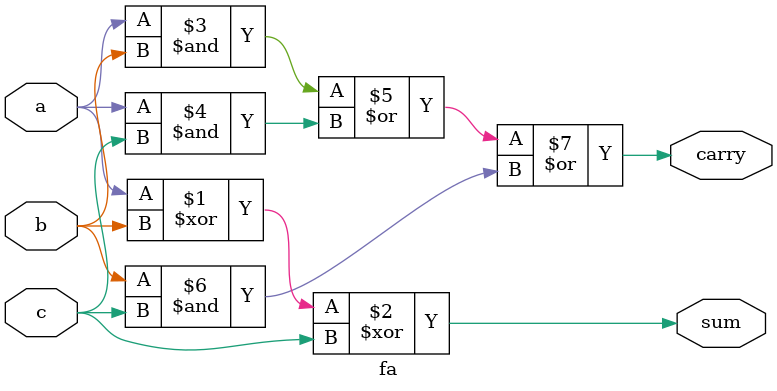
<source format=v>
/*Create a 100-bit binary adder. 
The adder adds two 100-bit numbers and a carry-in to produce a 100-bit sum and carry out.*/
module top_module( 
    input [99:0] a, b,
    input cin,
    output cout,
    output [99:0] sum );
    reg [100:0]carryout;
    assign carryout[0]=cin;
        genvar i;
        generate
            for(i=0;i<100;i=i+1)begin:name
                fa inst_i(a[i],b[i],carryout[i],sum[i],carryout[i+1]);
        end
            assign cout=carryout[100];
    endgenerate

    
endmodule
module fa(input a,b,c,output sum,carry);
    assign sum=a^b^c;
    assign carry= (a&b)|(a&c)|(b&c);
endmodule
</source>
